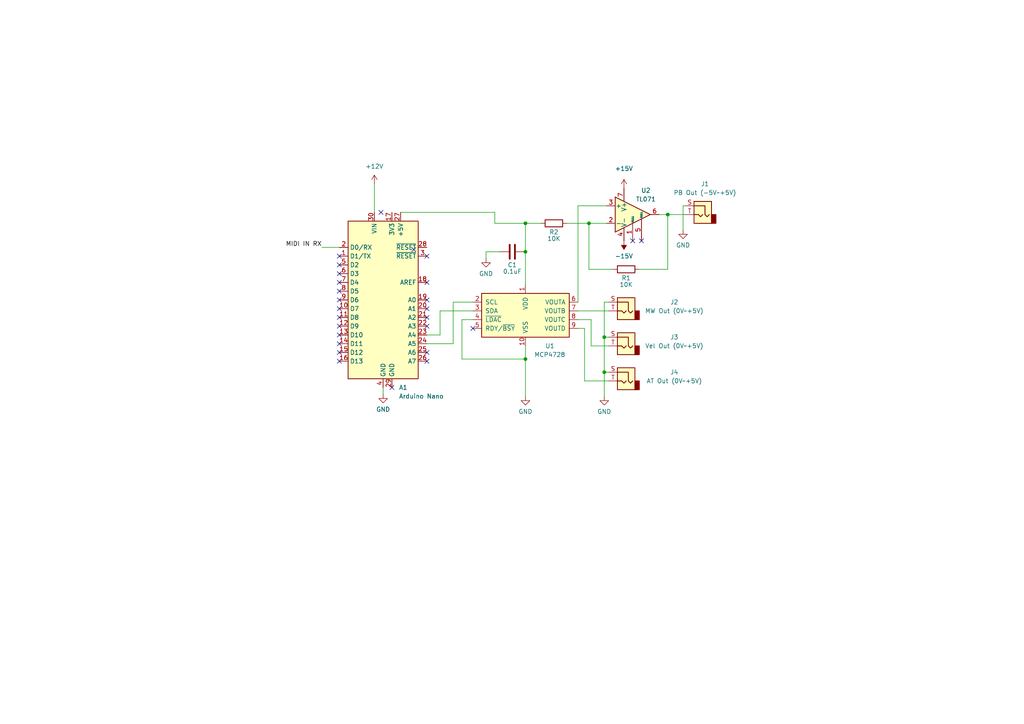
<source format=kicad_sch>
(kicad_sch (version 20211123) (generator eeschema)

  (uuid 5db94f2f-16a1-4081-a9e6-61127d8db06c)

  (paper "A4")

  (lib_symbols
    (symbol "Amplifier_Operational:TL071" (pin_names (offset 0.127)) (in_bom yes) (on_board yes)
      (property "Reference" "U" (id 0) (at 0 6.35 0)
        (effects (font (size 1.27 1.27)) (justify left))
      )
      (property "Value" "TL071" (id 1) (at 0 3.81 0)
        (effects (font (size 1.27 1.27)) (justify left))
      )
      (property "Footprint" "" (id 2) (at 1.27 1.27 0)
        (effects (font (size 1.27 1.27)) hide)
      )
      (property "Datasheet" "http://www.ti.com/lit/ds/symlink/tl071.pdf" (id 3) (at 3.81 3.81 0)
        (effects (font (size 1.27 1.27)) hide)
      )
      (property "ki_keywords" "singel opamp" (id 4) (at 0 0 0)
        (effects (font (size 1.27 1.27)) hide)
      )
      (property "ki_description" "Single Low-Noise JFET-Input Operational Amplifiers, DIP-8/SOIC-8" (id 5) (at 0 0 0)
        (effects (font (size 1.27 1.27)) hide)
      )
      (property "ki_fp_filters" "SOIC*3.9x4.9mm*P1.27mm* DIP*W7.62mm* TSSOP*3x3mm*P0.65mm*" (id 6) (at 0 0 0)
        (effects (font (size 1.27 1.27)) hide)
      )
      (symbol "TL071_0_1"
        (polyline
          (pts
            (xy -5.08 5.08)
            (xy 5.08 0)
            (xy -5.08 -5.08)
            (xy -5.08 5.08)
          )
          (stroke (width 0.254) (type default) (color 0 0 0 0))
          (fill (type background))
        )
      )
      (symbol "TL071_1_1"
        (pin input line (at 0 -7.62 90) (length 5.08)
          (name "NULL" (effects (font (size 0.508 0.508))))
          (number "1" (effects (font (size 1.27 1.27))))
        )
        (pin input line (at -7.62 -2.54 0) (length 2.54)
          (name "-" (effects (font (size 1.27 1.27))))
          (number "2" (effects (font (size 1.27 1.27))))
        )
        (pin input line (at -7.62 2.54 0) (length 2.54)
          (name "+" (effects (font (size 1.27 1.27))))
          (number "3" (effects (font (size 1.27 1.27))))
        )
        (pin power_in line (at -2.54 -7.62 90) (length 3.81)
          (name "V-" (effects (font (size 1.27 1.27))))
          (number "4" (effects (font (size 1.27 1.27))))
        )
        (pin input line (at 2.54 -7.62 90) (length 6.35)
          (name "NULL" (effects (font (size 0.508 0.508))))
          (number "5" (effects (font (size 1.27 1.27))))
        )
        (pin output line (at 7.62 0 180) (length 2.54)
          (name "~" (effects (font (size 1.27 1.27))))
          (number "6" (effects (font (size 1.27 1.27))))
        )
        (pin power_in line (at -2.54 7.62 270) (length 3.81)
          (name "V+" (effects (font (size 1.27 1.27))))
          (number "7" (effects (font (size 1.27 1.27))))
        )
        (pin no_connect line (at 0 2.54 270) (length 2.54) hide
          (name "NC" (effects (font (size 1.27 1.27))))
          (number "8" (effects (font (size 1.27 1.27))))
        )
      )
    )
    (symbol "Analog_DAC:MCP4728" (pin_names (offset 1.016)) (in_bom yes) (on_board yes)
      (property "Reference" "U" (id 0) (at -12.7 6.35 0)
        (effects (font (size 1.27 1.27)) (justify left))
      )
      (property "Value" "MCP4728" (id 1) (at 12.7 6.35 0)
        (effects (font (size 1.27 1.27)) (justify right))
      )
      (property "Footprint" "Package_SO:MSOP-10_3x3mm_P0.5mm" (id 2) (at 0 -15.24 0)
        (effects (font (size 1.27 1.27)) hide)
      )
      (property "Datasheet" "http://ww1.microchip.com/downloads/en/DeviceDoc/22187E.pdf" (id 3) (at 0 6.35 0)
        (effects (font (size 1.27 1.27)) hide)
      )
      (property "ki_keywords" "dac i2c" (id 4) (at 0 0 0)
        (effects (font (size 1.27 1.27)) hide)
      )
      (property "ki_description" "12-bit digital to analog converter, quad output, 2.048V internal reference, integrated EEPROM, I2C interface" (id 5) (at 0 0 0)
        (effects (font (size 1.27 1.27)) hide)
      )
      (property "ki_fp_filters" "*SOP*3x3mm*P0.5mm*" (id 6) (at 0 0 0)
        (effects (font (size 1.27 1.27)) hide)
      )
      (symbol "MCP4728_0_1"
        (rectangle (start -12.7 5.08) (end 12.7 -7.62)
          (stroke (width 0.254) (type default) (color 0 0 0 0))
          (fill (type background))
        )
      )
      (symbol "MCP4728_1_1"
        (pin power_in line (at 0 7.62 270) (length 2.54)
          (name "VDD" (effects (font (size 1.27 1.27))))
          (number "1" (effects (font (size 1.27 1.27))))
        )
        (pin power_in line (at 0 -10.16 90) (length 2.54)
          (name "VSS" (effects (font (size 1.27 1.27))))
          (number "10" (effects (font (size 1.27 1.27))))
        )
        (pin input line (at -15.24 2.54 0) (length 2.54)
          (name "SCL" (effects (font (size 1.27 1.27))))
          (number "2" (effects (font (size 1.27 1.27))))
        )
        (pin bidirectional line (at -15.24 0 0) (length 2.54)
          (name "SDA" (effects (font (size 1.27 1.27))))
          (number "3" (effects (font (size 1.27 1.27))))
        )
        (pin input line (at -15.24 -2.54 0) (length 2.54)
          (name "~{LDAC}" (effects (font (size 1.27 1.27))))
          (number "4" (effects (font (size 1.27 1.27))))
        )
        (pin output line (at -15.24 -5.08 0) (length 2.54)
          (name "RDY/~{BSY}" (effects (font (size 1.27 1.27))))
          (number "5" (effects (font (size 1.27 1.27))))
        )
        (pin output line (at 15.24 2.54 180) (length 2.54)
          (name "VOUTA" (effects (font (size 1.27 1.27))))
          (number "6" (effects (font (size 1.27 1.27))))
        )
        (pin output line (at 15.24 0 180) (length 2.54)
          (name "VOUTB" (effects (font (size 1.27 1.27))))
          (number "7" (effects (font (size 1.27 1.27))))
        )
        (pin output line (at 15.24 -2.54 180) (length 2.54)
          (name "VOUTC" (effects (font (size 1.27 1.27))))
          (number "8" (effects (font (size 1.27 1.27))))
        )
        (pin output line (at 15.24 -5.08 180) (length 2.54)
          (name "VOUTD" (effects (font (size 1.27 1.27))))
          (number "9" (effects (font (size 1.27 1.27))))
        )
      )
    )
    (symbol "Connector:AudioJack2" (in_bom yes) (on_board yes)
      (property "Reference" "J" (id 0) (at 0 8.89 0)
        (effects (font (size 1.27 1.27)))
      )
      (property "Value" "AudioJack2" (id 1) (at 0 6.35 0)
        (effects (font (size 1.27 1.27)))
      )
      (property "Footprint" "" (id 2) (at 0 0 0)
        (effects (font (size 1.27 1.27)) hide)
      )
      (property "Datasheet" "~" (id 3) (at 0 0 0)
        (effects (font (size 1.27 1.27)) hide)
      )
      (property "ki_keywords" "audio jack receptacle mono phone headphone TS connector" (id 4) (at 0 0 0)
        (effects (font (size 1.27 1.27)) hide)
      )
      (property "ki_description" "Audio Jack, 2 Poles (Mono / TS)" (id 5) (at 0 0 0)
        (effects (font (size 1.27 1.27)) hide)
      )
      (property "ki_fp_filters" "Jack*" (id 6) (at 0 0 0)
        (effects (font (size 1.27 1.27)) hide)
      )
      (symbol "AudioJack2_0_1"
        (rectangle (start -3.81 0) (end -2.54 -2.54)
          (stroke (width 0.254) (type default) (color 0 0 0 0))
          (fill (type outline))
        )
        (rectangle (start -2.54 3.81) (end 2.54 -2.54)
          (stroke (width 0.254) (type default) (color 0 0 0 0))
          (fill (type background))
        )
        (polyline
          (pts
            (xy 0 0)
            (xy 0.635 -0.635)
            (xy 1.27 0)
            (xy 2.54 0)
          )
          (stroke (width 0.254) (type default) (color 0 0 0 0))
          (fill (type none))
        )
        (polyline
          (pts
            (xy 2.54 2.54)
            (xy -0.635 2.54)
            (xy -0.635 0)
            (xy -1.27 -0.635)
            (xy -1.905 0)
          )
          (stroke (width 0.254) (type default) (color 0 0 0 0))
          (fill (type none))
        )
      )
      (symbol "AudioJack2_1_1"
        (pin passive line (at 5.08 2.54 180) (length 2.54)
          (name "~" (effects (font (size 1.27 1.27))))
          (number "S" (effects (font (size 1.27 1.27))))
        )
        (pin passive line (at 5.08 0 180) (length 2.54)
          (name "~" (effects (font (size 1.27 1.27))))
          (number "T" (effects (font (size 1.27 1.27))))
        )
      )
    )
    (symbol "Device:C" (pin_numbers hide) (pin_names (offset 0.254)) (in_bom yes) (on_board yes)
      (property "Reference" "C" (id 0) (at 0.635 2.54 0)
        (effects (font (size 1.27 1.27)) (justify left))
      )
      (property "Value" "C" (id 1) (at 0.635 -2.54 0)
        (effects (font (size 1.27 1.27)) (justify left))
      )
      (property "Footprint" "" (id 2) (at 0.9652 -3.81 0)
        (effects (font (size 1.27 1.27)) hide)
      )
      (property "Datasheet" "~" (id 3) (at 0 0 0)
        (effects (font (size 1.27 1.27)) hide)
      )
      (property "ki_keywords" "cap capacitor" (id 4) (at 0 0 0)
        (effects (font (size 1.27 1.27)) hide)
      )
      (property "ki_description" "Unpolarized capacitor" (id 5) (at 0 0 0)
        (effects (font (size 1.27 1.27)) hide)
      )
      (property "ki_fp_filters" "C_*" (id 6) (at 0 0 0)
        (effects (font (size 1.27 1.27)) hide)
      )
      (symbol "C_0_1"
        (polyline
          (pts
            (xy -2.032 -0.762)
            (xy 2.032 -0.762)
          )
          (stroke (width 0.508) (type default) (color 0 0 0 0))
          (fill (type none))
        )
        (polyline
          (pts
            (xy -2.032 0.762)
            (xy 2.032 0.762)
          )
          (stroke (width 0.508) (type default) (color 0 0 0 0))
          (fill (type none))
        )
      )
      (symbol "C_1_1"
        (pin passive line (at 0 3.81 270) (length 2.794)
          (name "~" (effects (font (size 1.27 1.27))))
          (number "1" (effects (font (size 1.27 1.27))))
        )
        (pin passive line (at 0 -3.81 90) (length 2.794)
          (name "~" (effects (font (size 1.27 1.27))))
          (number "2" (effects (font (size 1.27 1.27))))
        )
      )
    )
    (symbol "Device:R" (pin_numbers hide) (pin_names (offset 0)) (in_bom yes) (on_board yes)
      (property "Reference" "R" (id 0) (at 2.032 0 90)
        (effects (font (size 1.27 1.27)))
      )
      (property "Value" "R" (id 1) (at 0 0 90)
        (effects (font (size 1.27 1.27)))
      )
      (property "Footprint" "" (id 2) (at -1.778 0 90)
        (effects (font (size 1.27 1.27)) hide)
      )
      (property "Datasheet" "~" (id 3) (at 0 0 0)
        (effects (font (size 1.27 1.27)) hide)
      )
      (property "ki_keywords" "R res resistor" (id 4) (at 0 0 0)
        (effects (font (size 1.27 1.27)) hide)
      )
      (property "ki_description" "Resistor" (id 5) (at 0 0 0)
        (effects (font (size 1.27 1.27)) hide)
      )
      (property "ki_fp_filters" "R_*" (id 6) (at 0 0 0)
        (effects (font (size 1.27 1.27)) hide)
      )
      (symbol "R_0_1"
        (rectangle (start -1.016 -2.54) (end 1.016 2.54)
          (stroke (width 0.254) (type default) (color 0 0 0 0))
          (fill (type none))
        )
      )
      (symbol "R_1_1"
        (pin passive line (at 0 3.81 270) (length 1.27)
          (name "~" (effects (font (size 1.27 1.27))))
          (number "1" (effects (font (size 1.27 1.27))))
        )
        (pin passive line (at 0 -3.81 90) (length 1.27)
          (name "~" (effects (font (size 1.27 1.27))))
          (number "2" (effects (font (size 1.27 1.27))))
        )
      )
    )
    (symbol "MCU_Module:Arduino_Nano_v3.x" (in_bom yes) (on_board yes)
      (property "Reference" "A" (id 0) (at -10.16 23.495 0)
        (effects (font (size 1.27 1.27)) (justify left bottom))
      )
      (property "Value" "Arduino_Nano_v3.x" (id 1) (at 5.08 -24.13 0)
        (effects (font (size 1.27 1.27)) (justify left top))
      )
      (property "Footprint" "Module:Arduino_Nano" (id 2) (at 0 0 0)
        (effects (font (size 1.27 1.27) italic) hide)
      )
      (property "Datasheet" "http://www.mouser.com/pdfdocs/Gravitech_Arduino_Nano3_0.pdf" (id 3) (at 0 0 0)
        (effects (font (size 1.27 1.27)) hide)
      )
      (property "ki_keywords" "Arduino nano microcontroller module USB" (id 4) (at 0 0 0)
        (effects (font (size 1.27 1.27)) hide)
      )
      (property "ki_description" "Arduino Nano v3.x" (id 5) (at 0 0 0)
        (effects (font (size 1.27 1.27)) hide)
      )
      (property "ki_fp_filters" "Arduino*Nano*" (id 6) (at 0 0 0)
        (effects (font (size 1.27 1.27)) hide)
      )
      (symbol "Arduino_Nano_v3.x_0_1"
        (rectangle (start -10.16 22.86) (end 10.16 -22.86)
          (stroke (width 0.254) (type default) (color 0 0 0 0))
          (fill (type background))
        )
      )
      (symbol "Arduino_Nano_v3.x_1_1"
        (pin bidirectional line (at -12.7 12.7 0) (length 2.54)
          (name "D1/TX" (effects (font (size 1.27 1.27))))
          (number "1" (effects (font (size 1.27 1.27))))
        )
        (pin bidirectional line (at -12.7 -2.54 0) (length 2.54)
          (name "D7" (effects (font (size 1.27 1.27))))
          (number "10" (effects (font (size 1.27 1.27))))
        )
        (pin bidirectional line (at -12.7 -5.08 0) (length 2.54)
          (name "D8" (effects (font (size 1.27 1.27))))
          (number "11" (effects (font (size 1.27 1.27))))
        )
        (pin bidirectional line (at -12.7 -7.62 0) (length 2.54)
          (name "D9" (effects (font (size 1.27 1.27))))
          (number "12" (effects (font (size 1.27 1.27))))
        )
        (pin bidirectional line (at -12.7 -10.16 0) (length 2.54)
          (name "D10" (effects (font (size 1.27 1.27))))
          (number "13" (effects (font (size 1.27 1.27))))
        )
        (pin bidirectional line (at -12.7 -12.7 0) (length 2.54)
          (name "D11" (effects (font (size 1.27 1.27))))
          (number "14" (effects (font (size 1.27 1.27))))
        )
        (pin bidirectional line (at -12.7 -15.24 0) (length 2.54)
          (name "D12" (effects (font (size 1.27 1.27))))
          (number "15" (effects (font (size 1.27 1.27))))
        )
        (pin bidirectional line (at -12.7 -17.78 0) (length 2.54)
          (name "D13" (effects (font (size 1.27 1.27))))
          (number "16" (effects (font (size 1.27 1.27))))
        )
        (pin power_out line (at 2.54 25.4 270) (length 2.54)
          (name "3V3" (effects (font (size 1.27 1.27))))
          (number "17" (effects (font (size 1.27 1.27))))
        )
        (pin input line (at 12.7 5.08 180) (length 2.54)
          (name "AREF" (effects (font (size 1.27 1.27))))
          (number "18" (effects (font (size 1.27 1.27))))
        )
        (pin bidirectional line (at 12.7 0 180) (length 2.54)
          (name "A0" (effects (font (size 1.27 1.27))))
          (number "19" (effects (font (size 1.27 1.27))))
        )
        (pin bidirectional line (at -12.7 15.24 0) (length 2.54)
          (name "D0/RX" (effects (font (size 1.27 1.27))))
          (number "2" (effects (font (size 1.27 1.27))))
        )
        (pin bidirectional line (at 12.7 -2.54 180) (length 2.54)
          (name "A1" (effects (font (size 1.27 1.27))))
          (number "20" (effects (font (size 1.27 1.27))))
        )
        (pin bidirectional line (at 12.7 -5.08 180) (length 2.54)
          (name "A2" (effects (font (size 1.27 1.27))))
          (number "21" (effects (font (size 1.27 1.27))))
        )
        (pin bidirectional line (at 12.7 -7.62 180) (length 2.54)
          (name "A3" (effects (font (size 1.27 1.27))))
          (number "22" (effects (font (size 1.27 1.27))))
        )
        (pin bidirectional line (at 12.7 -10.16 180) (length 2.54)
          (name "A4" (effects (font (size 1.27 1.27))))
          (number "23" (effects (font (size 1.27 1.27))))
        )
        (pin bidirectional line (at 12.7 -12.7 180) (length 2.54)
          (name "A5" (effects (font (size 1.27 1.27))))
          (number "24" (effects (font (size 1.27 1.27))))
        )
        (pin bidirectional line (at 12.7 -15.24 180) (length 2.54)
          (name "A6" (effects (font (size 1.27 1.27))))
          (number "25" (effects (font (size 1.27 1.27))))
        )
        (pin bidirectional line (at 12.7 -17.78 180) (length 2.54)
          (name "A7" (effects (font (size 1.27 1.27))))
          (number "26" (effects (font (size 1.27 1.27))))
        )
        (pin power_out line (at 5.08 25.4 270) (length 2.54)
          (name "+5V" (effects (font (size 1.27 1.27))))
          (number "27" (effects (font (size 1.27 1.27))))
        )
        (pin input line (at 12.7 15.24 180) (length 2.54)
          (name "~{RESET}" (effects (font (size 1.27 1.27))))
          (number "28" (effects (font (size 1.27 1.27))))
        )
        (pin power_in line (at 2.54 -25.4 90) (length 2.54)
          (name "GND" (effects (font (size 1.27 1.27))))
          (number "29" (effects (font (size 1.27 1.27))))
        )
        (pin input line (at 12.7 12.7 180) (length 2.54)
          (name "~{RESET}" (effects (font (size 1.27 1.27))))
          (number "3" (effects (font (size 1.27 1.27))))
        )
        (pin power_in line (at -2.54 25.4 270) (length 2.54)
          (name "VIN" (effects (font (size 1.27 1.27))))
          (number "30" (effects (font (size 1.27 1.27))))
        )
        (pin power_in line (at 0 -25.4 90) (length 2.54)
          (name "GND" (effects (font (size 1.27 1.27))))
          (number "4" (effects (font (size 1.27 1.27))))
        )
        (pin bidirectional line (at -12.7 10.16 0) (length 2.54)
          (name "D2" (effects (font (size 1.27 1.27))))
          (number "5" (effects (font (size 1.27 1.27))))
        )
        (pin bidirectional line (at -12.7 7.62 0) (length 2.54)
          (name "D3" (effects (font (size 1.27 1.27))))
          (number "6" (effects (font (size 1.27 1.27))))
        )
        (pin bidirectional line (at -12.7 5.08 0) (length 2.54)
          (name "D4" (effects (font (size 1.27 1.27))))
          (number "7" (effects (font (size 1.27 1.27))))
        )
        (pin bidirectional line (at -12.7 2.54 0) (length 2.54)
          (name "D5" (effects (font (size 1.27 1.27))))
          (number "8" (effects (font (size 1.27 1.27))))
        )
        (pin bidirectional line (at -12.7 0 0) (length 2.54)
          (name "D6" (effects (font (size 1.27 1.27))))
          (number "9" (effects (font (size 1.27 1.27))))
        )
      )
    )
    (symbol "power:+12V" (power) (pin_names (offset 0)) (in_bom yes) (on_board yes)
      (property "Reference" "#PWR" (id 0) (at 0 -3.81 0)
        (effects (font (size 1.27 1.27)) hide)
      )
      (property "Value" "+12V" (id 1) (at 0 3.556 0)
        (effects (font (size 1.27 1.27)))
      )
      (property "Footprint" "" (id 2) (at 0 0 0)
        (effects (font (size 1.27 1.27)) hide)
      )
      (property "Datasheet" "" (id 3) (at 0 0 0)
        (effects (font (size 1.27 1.27)) hide)
      )
      (property "ki_keywords" "power-flag" (id 4) (at 0 0 0)
        (effects (font (size 1.27 1.27)) hide)
      )
      (property "ki_description" "Power symbol creates a global label with name \"+12V\"" (id 5) (at 0 0 0)
        (effects (font (size 1.27 1.27)) hide)
      )
      (symbol "+12V_0_1"
        (polyline
          (pts
            (xy -0.762 1.27)
            (xy 0 2.54)
          )
          (stroke (width 0) (type default) (color 0 0 0 0))
          (fill (type none))
        )
        (polyline
          (pts
            (xy 0 0)
            (xy 0 2.54)
          )
          (stroke (width 0) (type default) (color 0 0 0 0))
          (fill (type none))
        )
        (polyline
          (pts
            (xy 0 2.54)
            (xy 0.762 1.27)
          )
          (stroke (width 0) (type default) (color 0 0 0 0))
          (fill (type none))
        )
      )
      (symbol "+12V_1_1"
        (pin power_in line (at 0 0 90) (length 0) hide
          (name "+12V" (effects (font (size 1.27 1.27))))
          (number "1" (effects (font (size 1.27 1.27))))
        )
      )
    )
    (symbol "power:+15V" (power) (pin_names (offset 0)) (in_bom yes) (on_board yes)
      (property "Reference" "#PWR" (id 0) (at 0 -3.81 0)
        (effects (font (size 1.27 1.27)) hide)
      )
      (property "Value" "+15V" (id 1) (at 0 3.556 0)
        (effects (font (size 1.27 1.27)))
      )
      (property "Footprint" "" (id 2) (at 0 0 0)
        (effects (font (size 1.27 1.27)) hide)
      )
      (property "Datasheet" "" (id 3) (at 0 0 0)
        (effects (font (size 1.27 1.27)) hide)
      )
      (property "ki_keywords" "power-flag" (id 4) (at 0 0 0)
        (effects (font (size 1.27 1.27)) hide)
      )
      (property "ki_description" "Power symbol creates a global label with name \"+15V\"" (id 5) (at 0 0 0)
        (effects (font (size 1.27 1.27)) hide)
      )
      (symbol "+15V_0_1"
        (polyline
          (pts
            (xy -0.762 1.27)
            (xy 0 2.54)
          )
          (stroke (width 0) (type default) (color 0 0 0 0))
          (fill (type none))
        )
        (polyline
          (pts
            (xy 0 0)
            (xy 0 2.54)
          )
          (stroke (width 0) (type default) (color 0 0 0 0))
          (fill (type none))
        )
        (polyline
          (pts
            (xy 0 2.54)
            (xy 0.762 1.27)
          )
          (stroke (width 0) (type default) (color 0 0 0 0))
          (fill (type none))
        )
      )
      (symbol "+15V_1_1"
        (pin power_in line (at 0 0 90) (length 0) hide
          (name "+15V" (effects (font (size 1.27 1.27))))
          (number "1" (effects (font (size 1.27 1.27))))
        )
      )
    )
    (symbol "power:-15V" (power) (pin_names (offset 0)) (in_bom yes) (on_board yes)
      (property "Reference" "#PWR" (id 0) (at 0 2.54 0)
        (effects (font (size 1.27 1.27)) hide)
      )
      (property "Value" "-15V" (id 1) (at 0 3.81 0)
        (effects (font (size 1.27 1.27)))
      )
      (property "Footprint" "" (id 2) (at 0 0 0)
        (effects (font (size 1.27 1.27)) hide)
      )
      (property "Datasheet" "" (id 3) (at 0 0 0)
        (effects (font (size 1.27 1.27)) hide)
      )
      (property "ki_keywords" "power-flag" (id 4) (at 0 0 0)
        (effects (font (size 1.27 1.27)) hide)
      )
      (property "ki_description" "Power symbol creates a global label with name \"-15V\"" (id 5) (at 0 0 0)
        (effects (font (size 1.27 1.27)) hide)
      )
      (symbol "-15V_0_0"
        (pin power_in line (at 0 0 90) (length 0) hide
          (name "-15V" (effects (font (size 1.27 1.27))))
          (number "1" (effects (font (size 1.27 1.27))))
        )
      )
      (symbol "-15V_0_1"
        (polyline
          (pts
            (xy 0 0)
            (xy 0 1.27)
            (xy 0.762 1.27)
            (xy 0 2.54)
            (xy -0.762 1.27)
            (xy 0 1.27)
          )
          (stroke (width 0) (type default) (color 0 0 0 0))
          (fill (type outline))
        )
      )
    )
    (symbol "power:GND" (power) (pin_names (offset 0)) (in_bom yes) (on_board yes)
      (property "Reference" "#PWR" (id 0) (at 0 -6.35 0)
        (effects (font (size 1.27 1.27)) hide)
      )
      (property "Value" "GND" (id 1) (at 0 -3.81 0)
        (effects (font (size 1.27 1.27)))
      )
      (property "Footprint" "" (id 2) (at 0 0 0)
        (effects (font (size 1.27 1.27)) hide)
      )
      (property "Datasheet" "" (id 3) (at 0 0 0)
        (effects (font (size 1.27 1.27)) hide)
      )
      (property "ki_keywords" "power-flag" (id 4) (at 0 0 0)
        (effects (font (size 1.27 1.27)) hide)
      )
      (property "ki_description" "Power symbol creates a global label with name \"GND\" , ground" (id 5) (at 0 0 0)
        (effects (font (size 1.27 1.27)) hide)
      )
      (symbol "GND_0_1"
        (polyline
          (pts
            (xy 0 0)
            (xy 0 -1.27)
            (xy 1.27 -1.27)
            (xy 0 -2.54)
            (xy -1.27 -1.27)
            (xy 0 -1.27)
          )
          (stroke (width 0) (type default) (color 0 0 0 0))
          (fill (type none))
        )
      )
      (symbol "GND_1_1"
        (pin power_in line (at 0 0 270) (length 0) hide
          (name "GND" (effects (font (size 1.27 1.27))))
          (number "1" (effects (font (size 1.27 1.27))))
        )
      )
    )
  )

  (junction (at 152.4 64.77) (diameter 0) (color 0 0 0 0)
    (uuid 21faeb08-4ddf-42fb-96db-decd651bcab6)
  )
  (junction (at 170.815 64.77) (diameter 0) (color 0 0 0 0)
    (uuid 3380fce3-882e-4580-bfb6-a7b36aa6884a)
  )
  (junction (at 193.675 62.23) (diameter 0) (color 0 0 0 0)
    (uuid 3be0210b-6067-402e-85ea-b48ce54a3cfc)
  )
  (junction (at 175.26 107.95) (diameter 0) (color 0 0 0 0)
    (uuid 60a709c2-6e2d-4e6c-ae7e-1bc20f044d2c)
  )
  (junction (at 152.4 104.14) (diameter 0) (color 0 0 0 0)
    (uuid a3265547-ea6d-4640-ab79-1ed2734403ec)
  )
  (junction (at 152.4 73.025) (diameter 0) (color 0 0 0 0)
    (uuid cc4f2ddf-17f9-4b0e-bd6c-f3bdcd65b9a4)
  )
  (junction (at 175.26 97.79) (diameter 0) (color 0 0 0 0)
    (uuid d4515027-86d5-40b1-a30b-70d534ad1311)
  )

  (no_connect (at 123.825 94.615) (uuid 0bc8bafe-b6d7-44cf-9a91-dfa6bececc11))
  (no_connect (at 123.825 92.075) (uuid 27dc545d-615d-4fa0-8ed7-ea356bb2ed3b))
  (no_connect (at 123.825 89.535) (uuid 2ff7b132-9957-4656-a0ff-5f6c6cf5bf5e))
  (no_connect (at 98.425 76.835) (uuid 45157e9a-031f-496c-bd59-d148c29c8ecd))
  (no_connect (at 123.825 86.995) (uuid 4ba94ee6-fc92-4a67-b599-b315440ec9a6))
  (no_connect (at 183.515 69.85) (uuid 517a31d6-d6e6-4a61-9e31-ab5e89fdd10f))
  (no_connect (at 98.425 99.695) (uuid 51bbd3ab-0dd3-4623-97b3-36a6c8274898))
  (no_connect (at 120.015 72.39) (uuid 524e31dc-870e-465a-a3fd-6ef10c026cd1))
  (no_connect (at 113.665 112.395) (uuid 59eb8b2f-7c7f-4746-a1ac-979d1f0e1740))
  (no_connect (at 123.825 102.235) (uuid 5c735acc-8f0c-4f99-a183-3df0dd61850a))
  (no_connect (at 137.16 95.25) (uuid 610f265e-d7ea-4ad7-ad30-82abfa282ad8))
  (no_connect (at 98.425 89.535) (uuid 65b055f0-7606-42fe-8c99-97107a632bd1))
  (no_connect (at 98.425 97.155) (uuid 663fa1dc-d31b-4f56-b0c3-397165028009))
  (no_connect (at 110.49 61.595) (uuid 6b33a80b-c49f-4a53-9776-e74913993946))
  (no_connect (at 98.425 94.615) (uuid 6ef07f41-c3c8-4300-aab7-b152a3fd27a7))
  (no_connect (at 123.825 104.775) (uuid 7903b0b4-e3fa-4499-b21f-e85bf4a9f977))
  (no_connect (at 98.425 92.075) (uuid 8626f4ad-bcd0-4946-acb5-8b67c0b5feb2))
  (no_connect (at 98.425 102.235) (uuid ac03dd2f-b44f-4c24-976d-838abd801166))
  (no_connect (at 123.825 74.295) (uuid aea920ce-27a8-4c3b-af8b-4438fb425ece))
  (no_connect (at 98.425 84.455) (uuid b1815d48-66e3-4aef-bf0c-a668b49f50ba))
  (no_connect (at 98.425 86.995) (uuid b753960d-35df-4521-82bd-33fd58aa9ef7))
  (no_connect (at 98.425 104.775) (uuid be4326cf-d6af-4e98-9fd7-fa4aff55419d))
  (no_connect (at 98.425 74.295) (uuid c6971db8-5b14-47bf-ab86-07e0bed06cf9))
  (no_connect (at 123.825 81.915) (uuid c983c3e6-a4e8-441a-949f-f31bd1c7b77d))
  (no_connect (at 98.425 81.915) (uuid de5e7e1c-eb06-4ef6-aff0-f6a776963dc4))
  (no_connect (at 186.055 69.85) (uuid dfe69c5f-911c-4dbc-9cbb-3dafa957e096))
  (no_connect (at 98.425 79.375) (uuid e49faa1c-76ac-4ce5-a06e-c32860b52f46))

  (wire (pts (xy 175.26 107.95) (xy 175.26 114.935))
    (stroke (width 0) (type default) (color 0 0 0 0))
    (uuid 09dfd93b-05dc-4b9a-809f-165ec94a2b39)
  )
  (wire (pts (xy 133.985 92.71) (xy 133.985 104.14))
    (stroke (width 0) (type default) (color 0 0 0 0))
    (uuid 0b15925b-e234-4591-b590-2e3307e6b229)
  )
  (wire (pts (xy 193.675 62.23) (xy 198.755 62.23))
    (stroke (width 0) (type default) (color 0 0 0 0))
    (uuid 0fc3db58-72bd-4d9d-91d0-96e59769005e)
  )
  (wire (pts (xy 198.12 59.69) (xy 198.12 66.675))
    (stroke (width 0) (type default) (color 0 0 0 0))
    (uuid 123916ee-a586-4244-8e90-0397c9c04454)
  )
  (wire (pts (xy 176.53 87.63) (xy 175.26 87.63))
    (stroke (width 0) (type default) (color 0 0 0 0))
    (uuid 147adf64-3225-44a6-a809-fcccffbe60a5)
  )
  (wire (pts (xy 198.755 59.69) (xy 198.12 59.69))
    (stroke (width 0) (type default) (color 0 0 0 0))
    (uuid 15e41a26-2467-4270-9e90-2a1599d6c71a)
  )
  (wire (pts (xy 167.64 59.69) (xy 175.895 59.69))
    (stroke (width 0) (type default) (color 0 0 0 0))
    (uuid 169bb11d-c5cf-4694-a16e-d6e0972958e6)
  )
  (wire (pts (xy 175.26 87.63) (xy 175.26 97.79))
    (stroke (width 0) (type default) (color 0 0 0 0))
    (uuid 32adbd20-4593-4d14-a359-2601ca16c8c2)
  )
  (wire (pts (xy 137.16 92.71) (xy 133.985 92.71))
    (stroke (width 0) (type default) (color 0 0 0 0))
    (uuid 332e4a31-b818-4af4-b843-961d8045765d)
  )
  (wire (pts (xy 175.26 107.95) (xy 176.53 107.95))
    (stroke (width 0) (type default) (color 0 0 0 0))
    (uuid 48cb3a22-e9a6-453f-803c-2e752ad09186)
  )
  (wire (pts (xy 169.545 110.49) (xy 176.53 110.49))
    (stroke (width 0) (type default) (color 0 0 0 0))
    (uuid 49a00645-7cb6-4ba0-848e-5f0a6efd47f6)
  )
  (wire (pts (xy 123.825 97.155) (xy 127.635 97.155))
    (stroke (width 0) (type default) (color 0 0 0 0))
    (uuid 4df7dcbe-9594-4771-b798-536bfdf1c1e1)
  )
  (wire (pts (xy 140.97 73.025) (xy 144.78 73.025))
    (stroke (width 0) (type default) (color 0 0 0 0))
    (uuid 577cd50f-76f5-4d2b-a919-fe31c6f16210)
  )
  (wire (pts (xy 131.445 99.695) (xy 131.445 87.63))
    (stroke (width 0) (type default) (color 0 0 0 0))
    (uuid 57b28383-6183-42c8-8285-af5e87ffc800)
  )
  (wire (pts (xy 152.4 104.14) (xy 152.4 114.935))
    (stroke (width 0) (type default) (color 0 0 0 0))
    (uuid 5a659c70-cc76-46fc-a3c2-a9769fa1084f)
  )
  (wire (pts (xy 169.545 95.25) (xy 169.545 110.49))
    (stroke (width 0) (type default) (color 0 0 0 0))
    (uuid 5c138285-061f-45be-8a2f-191177f55e00)
  )
  (wire (pts (xy 171.45 92.71) (xy 171.45 100.33))
    (stroke (width 0) (type default) (color 0 0 0 0))
    (uuid 67fb5704-ea4f-40e9-8635-1ff6f947f22c)
  )
  (wire (pts (xy 140.97 73.025) (xy 140.97 74.93))
    (stroke (width 0) (type default) (color 0 0 0 0))
    (uuid 691bcae0-943f-467f-82df-14a5582aa639)
  )
  (wire (pts (xy 167.64 87.63) (xy 167.64 59.69))
    (stroke (width 0) (type default) (color 0 0 0 0))
    (uuid 7226e0a3-5c6b-4272-b5c7-95ed98def5da)
  )
  (wire (pts (xy 175.26 97.79) (xy 175.26 107.95))
    (stroke (width 0) (type default) (color 0 0 0 0))
    (uuid 728fdedf-77a7-45a1-a69f-1e4e3ec1eaef)
  )
  (wire (pts (xy 164.465 64.77) (xy 170.815 64.77))
    (stroke (width 0) (type default) (color 0 0 0 0))
    (uuid 767f7e82-8f4d-4767-b23f-c160257c312b)
  )
  (wire (pts (xy 170.815 64.77) (xy 175.895 64.77))
    (stroke (width 0) (type default) (color 0 0 0 0))
    (uuid 89dea819-c7ed-4077-b63a-cd1cf89f8fe8)
  )
  (wire (pts (xy 127.635 97.155) (xy 127.635 90.17))
    (stroke (width 0) (type default) (color 0 0 0 0))
    (uuid 8e73c301-11bc-4f27-b82e-ef881b6c8a21)
  )
  (wire (pts (xy 133.985 104.14) (xy 152.4 104.14))
    (stroke (width 0) (type default) (color 0 0 0 0))
    (uuid 90ab44c6-a0a9-4169-963b-dd1efc0c579f)
  )
  (wire (pts (xy 143.51 64.77) (xy 152.4 64.77))
    (stroke (width 0) (type default) (color 0 0 0 0))
    (uuid 92e3a493-3f57-4a18-8dfb-e72efab44609)
  )
  (wire (pts (xy 152.4 73.025) (xy 152.4 82.55))
    (stroke (width 0) (type default) (color 0 0 0 0))
    (uuid 96105153-d156-4e81-bb1f-4ca5256b8790)
  )
  (wire (pts (xy 167.64 92.71) (xy 171.45 92.71))
    (stroke (width 0) (type default) (color 0 0 0 0))
    (uuid 9d6e3aeb-1b71-44ce-9252-ce632af17f79)
  )
  (wire (pts (xy 143.51 61.595) (xy 143.51 64.77))
    (stroke (width 0) (type default) (color 0 0 0 0))
    (uuid 9dc25e66-8f44-4b0f-9f7d-a2394e61c736)
  )
  (wire (pts (xy 152.4 64.77) (xy 156.845 64.77))
    (stroke (width 0) (type default) (color 0 0 0 0))
    (uuid af1abf0f-fd82-462c-9165-d3935678e431)
  )
  (wire (pts (xy 111.125 112.395) (xy 111.125 114.3))
    (stroke (width 0) (type default) (color 0 0 0 0))
    (uuid b11499d5-1311-4ff2-8c38-cf33c8a942c5)
  )
  (wire (pts (xy 152.4 73.025) (xy 152.4 64.77))
    (stroke (width 0) (type default) (color 0 0 0 0))
    (uuid b8476f40-3daa-4cd5-9a58-bba14d85a85a)
  )
  (wire (pts (xy 127.635 90.17) (xy 137.16 90.17))
    (stroke (width 0) (type default) (color 0 0 0 0))
    (uuid ba2f2575-9966-4fa5-878c-e7230c794157)
  )
  (wire (pts (xy 171.45 100.33) (xy 176.53 100.33))
    (stroke (width 0) (type default) (color 0 0 0 0))
    (uuid ba531285-c4fa-42c1-adc3-2f92f3a34e08)
  )
  (wire (pts (xy 170.815 78.105) (xy 170.815 64.77))
    (stroke (width 0) (type default) (color 0 0 0 0))
    (uuid c08ab936-b64a-421a-b7fc-5a692dcda371)
  )
  (wire (pts (xy 152.4 100.33) (xy 152.4 104.14))
    (stroke (width 0) (type default) (color 0 0 0 0))
    (uuid c8238c72-fcf2-425f-83f1-517025c76b03)
  )
  (wire (pts (xy 175.26 97.79) (xy 176.53 97.79))
    (stroke (width 0) (type default) (color 0 0 0 0))
    (uuid c85f8b0e-d0fe-44dd-af20-80f2280c74c9)
  )
  (wire (pts (xy 108.585 53.34) (xy 108.585 61.595))
    (stroke (width 0) (type default) (color 0 0 0 0))
    (uuid cdc72545-b793-4b25-b7d9-2deffb980db5)
  )
  (wire (pts (xy 131.445 87.63) (xy 137.16 87.63))
    (stroke (width 0) (type default) (color 0 0 0 0))
    (uuid d1453248-453e-4893-b28f-79e3a5d4f145)
  )
  (wire (pts (xy 123.825 99.695) (xy 131.445 99.695))
    (stroke (width 0) (type default) (color 0 0 0 0))
    (uuid d2ffe42f-c9d3-4c45-8993-cd287ff21711)
  )
  (wire (pts (xy 177.8 78.105) (xy 170.815 78.105))
    (stroke (width 0) (type default) (color 0 0 0 0))
    (uuid e3110fda-1350-4fa7-8103-8d8fdc0eea35)
  )
  (wire (pts (xy 167.64 95.25) (xy 169.545 95.25))
    (stroke (width 0) (type default) (color 0 0 0 0))
    (uuid e678861f-c897-4f8c-b264-3a9cba8bc0b3)
  )
  (wire (pts (xy 116.205 61.595) (xy 143.51 61.595))
    (stroke (width 0) (type default) (color 0 0 0 0))
    (uuid e96cb218-ea48-4f8d-a92a-bd69c458577b)
  )
  (wire (pts (xy 185.42 78.105) (xy 193.675 78.105))
    (stroke (width 0) (type default) (color 0 0 0 0))
    (uuid ec8d9846-c9cc-47a6-a37e-73d0e88e918b)
  )
  (wire (pts (xy 93.345 71.755) (xy 98.425 71.755))
    (stroke (width 0) (type default) (color 0 0 0 0))
    (uuid f0ca4c3c-5073-42ab-9771-9dbd951aa3ce)
  )
  (wire (pts (xy 191.135 62.23) (xy 193.675 62.23))
    (stroke (width 0) (type default) (color 0 0 0 0))
    (uuid f25693c0-ba63-4b7a-8539-6f2285601391)
  )
  (wire (pts (xy 167.64 90.17) (xy 176.53 90.17))
    (stroke (width 0) (type default) (color 0 0 0 0))
    (uuid f5fc8508-2b02-4b0c-a00e-4d3a9baa2544)
  )
  (wire (pts (xy 193.675 62.23) (xy 193.675 78.105))
    (stroke (width 0) (type default) (color 0 0 0 0))
    (uuid fbfaa031-2858-46c7-949a-612e86f3e434)
  )

  (label "MIDI IN RX" (at 93.345 71.755 180)
    (effects (font (size 1.27 1.27)) (justify right bottom))
    (uuid d148bd3f-fa8f-492d-af99-48afc196b08b)
  )

  (symbol (lib_id "Connector:AudioJack2") (at 181.61 100.33 0) (mirror y) (unit 1)
    (in_bom yes) (on_board yes)
    (uuid 01bec90d-df8a-44b6-b8fc-e802433d8f4b)
    (property "Reference" "J3" (id 0) (at 195.58 97.79 0))
    (property "Value" "Vel Out (0V~+5V)" (id 1) (at 195.58 100.33 0))
    (property "Footprint" "" (id 2) (at 181.61 100.33 0)
      (effects (font (size 1.27 1.27)) hide)
    )
    (property "Datasheet" "~" (id 3) (at 181.61 100.33 0)
      (effects (font (size 1.27 1.27)) hide)
    )
    (pin "S" (uuid 2d0ac7b1-668a-41aa-ae7f-219bc1e58a9a))
    (pin "T" (uuid b1c17971-b0ac-4d1a-8739-763498b9bf03))
  )

  (symbol (lib_id "power:GND") (at 111.125 114.3 0) (unit 1)
    (in_bom yes) (on_board yes) (fields_autoplaced)
    (uuid 03c896e5-0f7b-404f-924d-4359d113addb)
    (property "Reference" "#PWR?" (id 0) (at 111.125 120.65 0)
      (effects (font (size 1.27 1.27)) hide)
    )
    (property "Value" "GND" (id 1) (at 111.125 118.745 0))
    (property "Footprint" "" (id 2) (at 111.125 114.3 0)
      (effects (font (size 1.27 1.27)) hide)
    )
    (property "Datasheet" "" (id 3) (at 111.125 114.3 0)
      (effects (font (size 1.27 1.27)) hide)
    )
    (pin "1" (uuid d9f528a4-88ce-49eb-a197-ea320d566b1a))
  )

  (symbol (lib_id "power:GND") (at 152.4 114.935 0) (unit 1)
    (in_bom yes) (on_board yes) (fields_autoplaced)
    (uuid 0f9d11fe-5d05-4d1f-a005-e8d182ad8851)
    (property "Reference" "#PWR?" (id 0) (at 152.4 121.285 0)
      (effects (font (size 1.27 1.27)) hide)
    )
    (property "Value" "GND" (id 1) (at 152.4 119.38 0))
    (property "Footprint" "" (id 2) (at 152.4 114.935 0)
      (effects (font (size 1.27 1.27)) hide)
    )
    (property "Datasheet" "" (id 3) (at 152.4 114.935 0)
      (effects (font (size 1.27 1.27)) hide)
    )
    (pin "1" (uuid 1c6b56ad-816b-4dbd-92eb-2d2c5cb290b2))
  )

  (symbol (lib_id "power:+15V") (at 180.975 54.61 0) (unit 1)
    (in_bom yes) (on_board yes) (fields_autoplaced)
    (uuid 230583b7-6afe-4e4c-9ca5-ed68f8136604)
    (property "Reference" "#PWR?" (id 0) (at 180.975 58.42 0)
      (effects (font (size 1.27 1.27)) hide)
    )
    (property "Value" "+15V" (id 1) (at 180.975 48.895 0))
    (property "Footprint" "" (id 2) (at 180.975 54.61 0)
      (effects (font (size 1.27 1.27)) hide)
    )
    (property "Datasheet" "" (id 3) (at 180.975 54.61 0)
      (effects (font (size 1.27 1.27)) hide)
    )
    (pin "1" (uuid fbd5121e-bdfd-4e17-8bbd-ccde2022524d))
  )

  (symbol (lib_id "power:-15V") (at 180.975 69.85 180) (unit 1)
    (in_bom yes) (on_board yes) (fields_autoplaced)
    (uuid 2bea732b-bd22-4308-bf0e-cf855b9d38d9)
    (property "Reference" "#PWR?" (id 0) (at 180.975 72.39 0)
      (effects (font (size 1.27 1.27)) hide)
    )
    (property "Value" "-15V" (id 1) (at 180.975 74.295 0))
    (property "Footprint" "" (id 2) (at 180.975 69.85 0)
      (effects (font (size 1.27 1.27)) hide)
    )
    (property "Datasheet" "" (id 3) (at 180.975 69.85 0)
      (effects (font (size 1.27 1.27)) hide)
    )
    (pin "1" (uuid f64c6b42-ecf7-455d-ae95-6b4e5d04450c))
  )

  (symbol (lib_id "Connector:AudioJack2") (at 203.835 62.23 0) (mirror y) (unit 1)
    (in_bom yes) (on_board yes) (fields_autoplaced)
    (uuid 2f46ece6-f7d8-401e-b283-2d5698c5985d)
    (property "Reference" "J1" (id 0) (at 204.47 53.34 0))
    (property "Value" "PB Out (-5V~+5V)" (id 1) (at 204.47 55.88 0))
    (property "Footprint" "" (id 2) (at 203.835 62.23 0)
      (effects (font (size 1.27 1.27)) hide)
    )
    (property "Datasheet" "~" (id 3) (at 203.835 62.23 0)
      (effects (font (size 1.27 1.27)) hide)
    )
    (pin "S" (uuid 069780ce-96b4-4784-a14c-1b956ae85535))
    (pin "T" (uuid 48b0028a-5373-4a32-9db4-4b7801427ef2))
  )

  (symbol (lib_id "Device:R") (at 160.655 64.77 90) (unit 1)
    (in_bom yes) (on_board yes)
    (uuid 2f5a197c-6810-403e-b6c8-3bcf6cc16355)
    (property "Reference" "R2" (id 0) (at 160.655 67.31 90))
    (property "Value" "10K" (id 1) (at 160.655 69.215 90))
    (property "Footprint" "" (id 2) (at 160.655 66.548 90)
      (effects (font (size 1.27 1.27)) hide)
    )
    (property "Datasheet" "~" (id 3) (at 160.655 64.77 0)
      (effects (font (size 1.27 1.27)) hide)
    )
    (pin "1" (uuid f1f45f96-c0f0-465d-9032-fe5015887f75))
    (pin "2" (uuid d3fb8049-004a-4c43-b3cb-c7d351d6fa7b))
  )

  (symbol (lib_id "Connector:AudioJack2") (at 181.61 90.17 0) (mirror y) (unit 1)
    (in_bom yes) (on_board yes)
    (uuid 5347a304-af21-46e8-874d-5d9f361ae2ba)
    (property "Reference" "J2" (id 0) (at 195.58 87.63 0))
    (property "Value" "MW Out (0V~+5V)" (id 1) (at 195.58 90.17 0))
    (property "Footprint" "" (id 2) (at 181.61 90.17 0)
      (effects (font (size 1.27 1.27)) hide)
    )
    (property "Datasheet" "~" (id 3) (at 181.61 90.17 0)
      (effects (font (size 1.27 1.27)) hide)
    )
    (pin "S" (uuid b0451efa-fb10-46d8-8619-a657fb690cbc))
    (pin "T" (uuid 7ada7a3f-7377-4ead-ae0b-2f6ec7c39cd0))
  )

  (symbol (lib_id "Device:R") (at 181.61 78.105 90) (unit 1)
    (in_bom yes) (on_board yes)
    (uuid 55080966-161f-4c92-9e12-c85fd902310f)
    (property "Reference" "R1" (id 0) (at 181.61 80.645 90))
    (property "Value" "10K" (id 1) (at 181.61 82.55 90))
    (property "Footprint" "" (id 2) (at 181.61 79.883 90)
      (effects (font (size 1.27 1.27)) hide)
    )
    (property "Datasheet" "~" (id 3) (at 181.61 78.105 0)
      (effects (font (size 1.27 1.27)) hide)
    )
    (pin "1" (uuid 7dcbf4b5-c694-43b6-b846-18d39cd280cb))
    (pin "2" (uuid 27f85b51-73be-402a-a53d-fe41752551fc))
  )

  (symbol (lib_id "Amplifier_Operational:TL071") (at 183.515 62.23 0) (unit 1)
    (in_bom yes) (on_board yes)
    (uuid 5795cfa4-dc52-40ed-a5bd-c72d80225696)
    (property "Reference" "U2" (id 0) (at 187.325 55.245 0))
    (property "Value" "TL071" (id 1) (at 187.325 57.785 0))
    (property "Footprint" "" (id 2) (at 184.785 60.96 0)
      (effects (font (size 1.27 1.27)) hide)
    )
    (property "Datasheet" "http://www.ti.com/lit/ds/symlink/tl071.pdf" (id 3) (at 187.325 58.42 0)
      (effects (font (size 1.27 1.27)) hide)
    )
    (pin "1" (uuid f4b56c55-e6f9-4ba3-9083-9b21a77f2d31))
    (pin "2" (uuid 8dbfae5c-dfbf-4bfc-b1dd-23bfabbd22ec))
    (pin "3" (uuid ec1051e0-96a5-4295-b9ce-e734f6661306))
    (pin "4" (uuid faafb569-df34-41af-82e1-b9f73d287962))
    (pin "5" (uuid 39e8aa88-521c-4bfa-9dbe-fea42dd07f31))
    (pin "6" (uuid fac9a4cd-df8d-41db-bac9-77e85046f5a8))
    (pin "7" (uuid 5a7c265a-5e62-4be0-abe9-f0502e79aa80))
    (pin "8" (uuid 34d572b9-3aa6-4e9c-b058-7a70948f634a))
  )

  (symbol (lib_id "MCU_Module:Arduino_Nano_v3.x") (at 111.125 86.995 0) (unit 1)
    (in_bom yes) (on_board yes) (fields_autoplaced)
    (uuid 63750153-e0ad-45ab-805d-b288b5983e60)
    (property "Reference" "A1" (id 0) (at 115.6844 112.395 0)
      (effects (font (size 1.27 1.27)) (justify left))
    )
    (property "Value" "Arduino Nano" (id 1) (at 115.6844 114.935 0)
      (effects (font (size 1.27 1.27)) (justify left))
    )
    (property "Footprint" "Module:Arduino_Nano" (id 2) (at 111.125 86.995 0)
      (effects (font (size 1.27 1.27) italic) hide)
    )
    (property "Datasheet" "http://www.mouser.com/pdfdocs/Gravitech_Arduino_Nano3_0.pdf" (id 3) (at 111.125 86.995 0)
      (effects (font (size 1.27 1.27)) hide)
    )
    (pin "1" (uuid 6fb8c714-5ad6-4184-917d-17db9c6a99b9))
    (pin "10" (uuid df40d182-1976-45ed-bbfc-92c9c6dfe778))
    (pin "11" (uuid 43475a23-5bfb-4607-91ed-0f7070fb42e7))
    (pin "12" (uuid 8ff1a3e9-0037-42eb-988c-d28f8f93dd00))
    (pin "13" (uuid 1e39d6e4-e530-4e4d-b54a-c0d43036925f))
    (pin "14" (uuid b201dc1c-85a0-4390-ac16-871fcfac7f24))
    (pin "15" (uuid 22185693-d97f-42ff-a57f-403163f95d5f))
    (pin "16" (uuid 71fc0100-2b06-411e-8f63-a32e040656e3))
    (pin "17" (uuid ec033911-f09b-48b1-91ec-97df852c68a8))
    (pin "18" (uuid 46a29fe9-cd74-4a25-b772-9e49dcf588cc))
    (pin "19" (uuid ebf230a7-677d-41c0-9219-49981b2ec3ba))
    (pin "2" (uuid 93ae7ae6-29b6-40a7-9e92-cc5f8cc123a9))
    (pin "20" (uuid 99694a52-62b4-42f6-82bc-e8f00dc993b4))
    (pin "21" (uuid 156dafdc-d60e-4f99-a058-ea0f55d56176))
    (pin "22" (uuid cb4cb9cf-add0-4e20-9994-b60b2f32573e))
    (pin "23" (uuid 5388b8b9-f433-4cd4-b81b-bfb362020948))
    (pin "24" (uuid 82384600-054f-4293-ab9b-46c18f90d742))
    (pin "25" (uuid 1a9aaf69-47a6-4c7f-a36b-d5ee0a242fb7))
    (pin "26" (uuid 498ead32-84aa-4e14-aaaa-b5b09573705a))
    (pin "27" (uuid d1a9826a-bd61-4c9e-b00e-7d7283bbcacf))
    (pin "28" (uuid f5f9ad12-2100-40e5-a5d5-c47d946cb17e))
    (pin "29" (uuid d261e126-f40b-4142-8dee-bc018b942edc))
    (pin "3" (uuid aec11abb-20d9-48b1-b6b8-6b2cc3c958af))
    (pin "30" (uuid 6ded7581-1b6b-4bf6-a0b3-132052c2ead8))
    (pin "4" (uuid f810415d-f756-42c0-a137-46f99749df22))
    (pin "5" (uuid a35361b2-7cde-48df-b660-741e17f0c326))
    (pin "6" (uuid 38ba8e14-ea42-4d44-acd2-96d067b69664))
    (pin "7" (uuid 6ddd407f-bba8-4bc3-86d6-4425f0aa474b))
    (pin "8" (uuid 43879f84-4af3-45b0-be2e-2ad03648e651))
    (pin "9" (uuid 6e5496cf-2296-440b-bf4b-060f0fe59849))
  )

  (symbol (lib_id "Connector:AudioJack2") (at 181.61 110.49 0) (mirror y) (unit 1)
    (in_bom yes) (on_board yes)
    (uuid 71538f84-eaa3-4959-a1ac-e9feed399db2)
    (property "Reference" "J4" (id 0) (at 195.58 107.95 0))
    (property "Value" "AT Out (0V~+5V)" (id 1) (at 195.58 110.49 0))
    (property "Footprint" "" (id 2) (at 181.61 110.49 0)
      (effects (font (size 1.27 1.27)) hide)
    )
    (property "Datasheet" "~" (id 3) (at 181.61 110.49 0)
      (effects (font (size 1.27 1.27)) hide)
    )
    (pin "S" (uuid 2bd86384-4a1b-47f3-98e7-58a6f4acc896))
    (pin "T" (uuid 17eeba44-d4fc-4ab2-918a-c5e0a3ae24e3))
  )

  (symbol (lib_id "power:GND") (at 198.12 66.675 0) (unit 1)
    (in_bom yes) (on_board yes) (fields_autoplaced)
    (uuid 8bcce11a-541a-4343-8491-763c9dd4daab)
    (property "Reference" "#PWR?" (id 0) (at 198.12 73.025 0)
      (effects (font (size 1.27 1.27)) hide)
    )
    (property "Value" "GND" (id 1) (at 198.12 71.12 0))
    (property "Footprint" "" (id 2) (at 198.12 66.675 0)
      (effects (font (size 1.27 1.27)) hide)
    )
    (property "Datasheet" "" (id 3) (at 198.12 66.675 0)
      (effects (font (size 1.27 1.27)) hide)
    )
    (pin "1" (uuid 345c5306-2437-4127-9f3d-9d015741214e))
  )

  (symbol (lib_id "Analog_DAC:MCP4728") (at 152.4 90.17 0) (unit 1)
    (in_bom yes) (on_board yes)
    (uuid 910e669a-c146-4a65-837e-e90295facf0f)
    (property "Reference" "U1" (id 0) (at 158.115 100.33 0)
      (effects (font (size 1.27 1.27)) (justify left))
    )
    (property "Value" "MCP4728" (id 1) (at 154.94 102.87 0)
      (effects (font (size 1.27 1.27)) (justify left))
    )
    (property "Footprint" "Package_SO:MSOP-10_3x3mm_P0.5mm" (id 2) (at 152.4 105.41 0)
      (effects (font (size 1.27 1.27)) hide)
    )
    (property "Datasheet" "http://ww1.microchip.com/downloads/en/DeviceDoc/22187E.pdf" (id 3) (at 152.4 83.82 0)
      (effects (font (size 1.27 1.27)) hide)
    )
    (pin "1" (uuid d8a44a26-f2cf-4574-b3cf-fba95b41da36))
    (pin "10" (uuid 9d7d3b89-a61c-4e69-be84-35ee8151fabe))
    (pin "2" (uuid 29bec7ec-7992-4eda-892d-54bf7a24707e))
    (pin "3" (uuid 762dbd65-3034-45c8-b139-be09b29e809b))
    (pin "4" (uuid 30c83fd8-4a52-422d-ba3b-050a6248017e))
    (pin "5" (uuid 950f1d39-2722-4a61-8ad8-f5cb7ada2ec9))
    (pin "6" (uuid e282e810-e93c-4af8-8d39-a2d1430b014f))
    (pin "7" (uuid 616c54f6-3bfc-4e7e-88d3-f55f92d7c2a7))
    (pin "8" (uuid 7853e097-03c5-46ae-9ecd-d941036eb23f))
    (pin "9" (uuid fd99d231-d8f7-4603-8fe4-01cbe7ba687f))
  )

  (symbol (lib_id "Device:C") (at 148.59 73.025 90) (unit 1)
    (in_bom yes) (on_board yes)
    (uuid 9f75a7d1-5087-4f3a-a287-9e485900ac16)
    (property "Reference" "C1" (id 0) (at 148.59 76.835 90))
    (property "Value" "0.1uF" (id 1) (at 148.59 78.74 90))
    (property "Footprint" "" (id 2) (at 152.4 72.0598 0)
      (effects (font (size 1.27 1.27)) hide)
    )
    (property "Datasheet" "~" (id 3) (at 148.59 73.025 0)
      (effects (font (size 1.27 1.27)) hide)
    )
    (pin "1" (uuid 4c096cfa-f68f-43a6-b27a-66bf0524ccd0))
    (pin "2" (uuid 371abe78-840f-4c3d-83cd-53d444ffe6d3))
  )

  (symbol (lib_id "power:+12V") (at 108.585 53.34 0) (unit 1)
    (in_bom yes) (on_board yes) (fields_autoplaced)
    (uuid a23d0c39-3d2b-4872-b9f0-9061428d1126)
    (property "Reference" "#PWR?" (id 0) (at 108.585 57.15 0)
      (effects (font (size 1.27 1.27)) hide)
    )
    (property "Value" "+12V" (id 1) (at 108.585 48.26 0))
    (property "Footprint" "" (id 2) (at 108.585 53.34 0)
      (effects (font (size 1.27 1.27)) hide)
    )
    (property "Datasheet" "" (id 3) (at 108.585 53.34 0)
      (effects (font (size 1.27 1.27)) hide)
    )
    (pin "1" (uuid bc4858a9-f23f-479b-a4c6-7f9ada7ff84b))
  )

  (symbol (lib_id "power:GND") (at 175.26 114.935 0) (unit 1)
    (in_bom yes) (on_board yes) (fields_autoplaced)
    (uuid cd5ef783-0c72-4d8b-b9ea-835d6019bc3e)
    (property "Reference" "#PWR?" (id 0) (at 175.26 121.285 0)
      (effects (font (size 1.27 1.27)) hide)
    )
    (property "Value" "GND" (id 1) (at 175.26 119.38 0))
    (property "Footprint" "" (id 2) (at 175.26 114.935 0)
      (effects (font (size 1.27 1.27)) hide)
    )
    (property "Datasheet" "" (id 3) (at 175.26 114.935 0)
      (effects (font (size 1.27 1.27)) hide)
    )
    (pin "1" (uuid 042704c5-faa0-4731-87b9-b88d9b24a9b0))
  )

  (symbol (lib_id "power:GND") (at 140.97 74.93 0) (unit 1)
    (in_bom yes) (on_board yes) (fields_autoplaced)
    (uuid d3bce067-2228-4e14-ac59-48793514ac89)
    (property "Reference" "#PWR?" (id 0) (at 140.97 81.28 0)
      (effects (font (size 1.27 1.27)) hide)
    )
    (property "Value" "GND" (id 1) (at 140.97 79.375 0))
    (property "Footprint" "" (id 2) (at 140.97 74.93 0)
      (effects (font (size 1.27 1.27)) hide)
    )
    (property "Datasheet" "" (id 3) (at 140.97 74.93 0)
      (effects (font (size 1.27 1.27)) hide)
    )
    (pin "1" (uuid 4daea37b-0f39-4285-8e8f-95caeb5f9c76))
  )

  (sheet_instances
    (path "/" (page "1"))
  )

  (symbol_instances
    (path "/03c896e5-0f7b-404f-924d-4359d113addb"
      (reference "#PWR?") (unit 1) (value "GND") (footprint "")
    )
    (path "/0f9d11fe-5d05-4d1f-a005-e8d182ad8851"
      (reference "#PWR?") (unit 1) (value "GND") (footprint "")
    )
    (path "/230583b7-6afe-4e4c-9ca5-ed68f8136604"
      (reference "#PWR?") (unit 1) (value "+15V") (footprint "")
    )
    (path "/2bea732b-bd22-4308-bf0e-cf855b9d38d9"
      (reference "#PWR?") (unit 1) (value "-15V") (footprint "")
    )
    (path "/8bcce11a-541a-4343-8491-763c9dd4daab"
      (reference "#PWR?") (unit 1) (value "GND") (footprint "")
    )
    (path "/a23d0c39-3d2b-4872-b9f0-9061428d1126"
      (reference "#PWR?") (unit 1) (value "+12V") (footprint "")
    )
    (path "/cd5ef783-0c72-4d8b-b9ea-835d6019bc3e"
      (reference "#PWR?") (unit 1) (value "GND") (footprint "")
    )
    (path "/d3bce067-2228-4e14-ac59-48793514ac89"
      (reference "#PWR?") (unit 1) (value "GND") (footprint "")
    )
    (path "/63750153-e0ad-45ab-805d-b288b5983e60"
      (reference "A1") (unit 1) (value "Arduino Nano") (footprint "Module:Arduino_Nano")
    )
    (path "/9f75a7d1-5087-4f3a-a287-9e485900ac16"
      (reference "C1") (unit 1) (value "0.1uF") (footprint "")
    )
    (path "/2f46ece6-f7d8-401e-b283-2d5698c5985d"
      (reference "J1") (unit 1) (value "PB Out (-5V~+5V)") (footprint "")
    )
    (path "/5347a304-af21-46e8-874d-5d9f361ae2ba"
      (reference "J2") (unit 1) (value "MW Out (0V~+5V)") (footprint "")
    )
    (path "/01bec90d-df8a-44b6-b8fc-e802433d8f4b"
      (reference "J3") (unit 1) (value "Vel Out (0V~+5V)") (footprint "")
    )
    (path "/71538f84-eaa3-4959-a1ac-e9feed399db2"
      (reference "J4") (unit 1) (value "AT Out (0V~+5V)") (footprint "")
    )
    (path "/55080966-161f-4c92-9e12-c85fd902310f"
      (reference "R1") (unit 1) (value "10K") (footprint "")
    )
    (path "/2f5a197c-6810-403e-b6c8-3bcf6cc16355"
      (reference "R2") (unit 1) (value "10K") (footprint "")
    )
    (path "/910e669a-c146-4a65-837e-e90295facf0f"
      (reference "U1") (unit 1) (value "MCP4728") (footprint "Package_SO:MSOP-10_3x3mm_P0.5mm")
    )
    (path "/5795cfa4-dc52-40ed-a5bd-c72d80225696"
      (reference "U2") (unit 1) (value "TL071") (footprint "")
    )
  )
)

</source>
